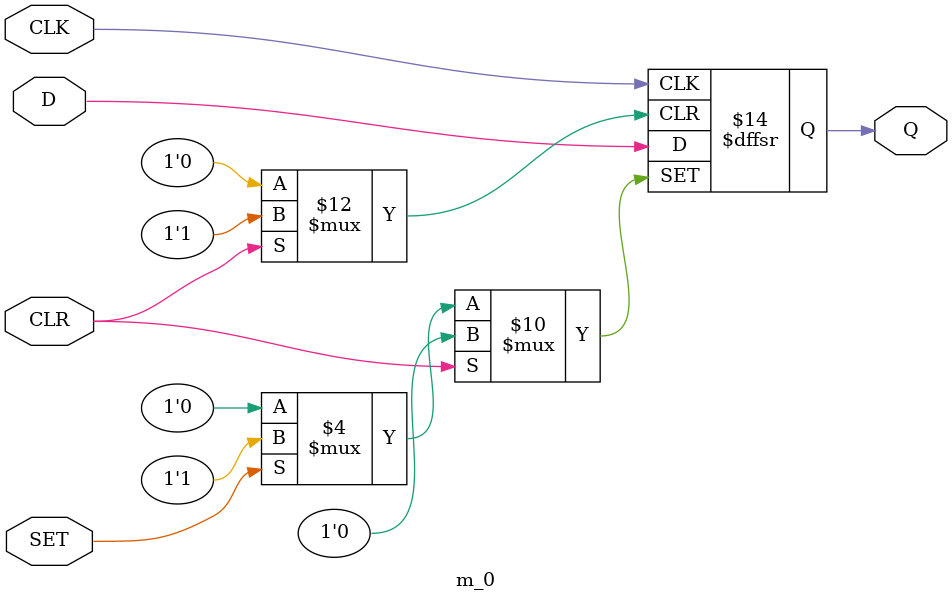
<source format=v>
/* Generated by Yosys 0.20 (git sha1 4fcb95ed087, clang  -fPIC -Os) */

(* src = "dffsr.v:1.1-29.10" *)
module m_0(CLK, SET, CLR, D, Q);
  (* src = "dffsr.v:8.7-8.10" *)
  input CLK;
  wire CLK;
  (* src = "dffsr.v:9.24-9.27" *)
  input CLR;
  wire CLR;
  (* src = "dffsr.v:9.29-9.30" *)
  input D;
  wire D;
  (* src = "dffsr.v:10.24-10.25" *)
  output Q;
  reg Q;
  (* src = "dffsr.v:9.19-9.22" *)
  input SET;
  wire SET;
  (* src = "dffsr.v:19.3-25.18" *)
  always @(posedge CLK, posedge SET, posedge CLR)
    if (CLR) Q <= 1'b0;
    else if (SET) Q <= 1'b1;
    else Q <= D;
endmodule

</source>
